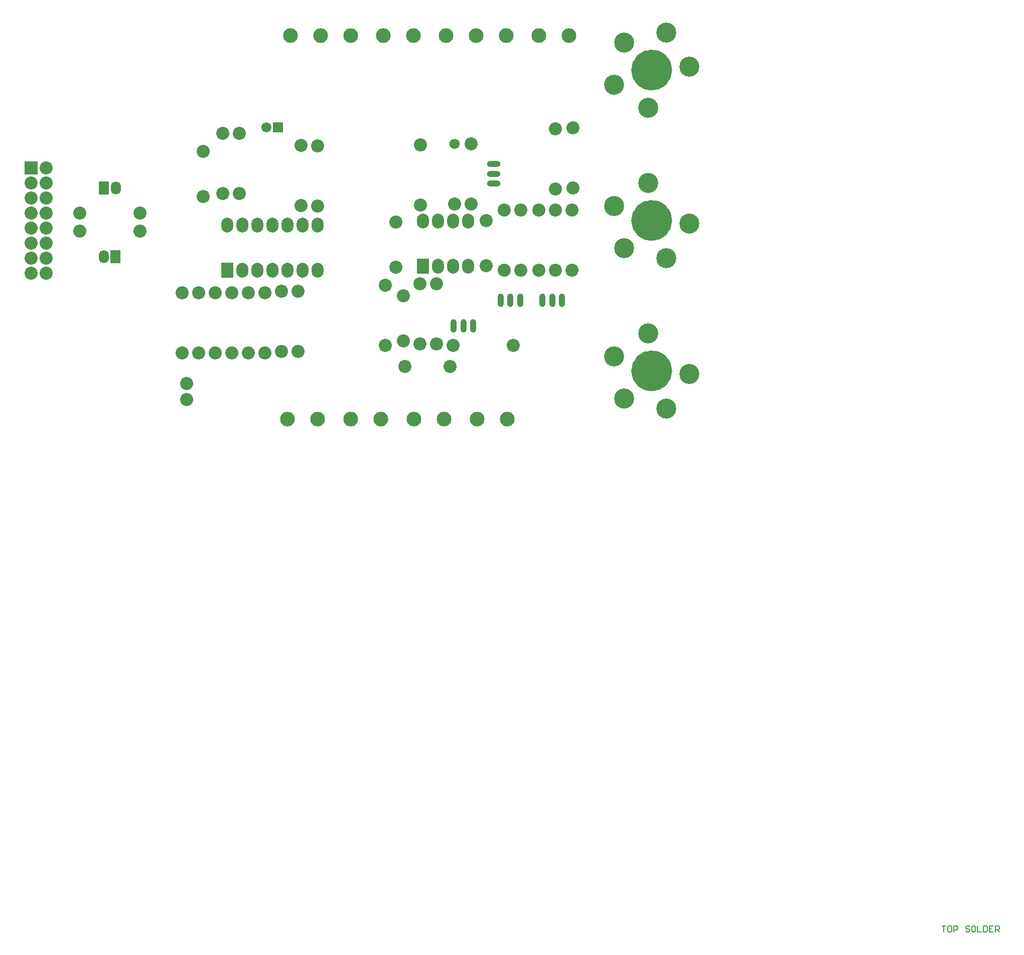
<source format=gts>
G04*
G04 #@! TF.GenerationSoftware,Altium Limited,Altium Designer,20.0.2 (26)*
G04*
G04 Layer_Color=8388736*
%FSLAX43Y43*%
%MOMM*%
G71*
G01*
G75*
%ADD14C,0.150*%
%ADD15C,3.429*%
%ADD16C,3.378*%
%ADD17C,6.553*%
%ADD18C,2.203*%
%ADD19C,2.489*%
%ADD20O,2.003X2.503*%
%ADD21R,2.003X2.503*%
%ADD22O,1.016X2.286*%
%ADD23R,2.203X2.203*%
%ADD24C,1.703*%
%ADD25R,1.703X1.703*%
%ADD26C,1.727*%
%ADD27O,2.286X1.016*%
%ADD28R,1.703X2.203*%
%ADD29O,1.703X2.203*%
D14*
X157734Y-81042D02*
X158400D01*
X158067D01*
Y-82042D01*
X159234Y-81042D02*
X158900D01*
X158734Y-81209D01*
Y-81875D01*
X158900Y-82042D01*
X159234D01*
X159400Y-81875D01*
Y-81209D01*
X159234Y-81042D01*
X159733Y-82042D02*
Y-81042D01*
X160233D01*
X160400Y-81209D01*
Y-81542D01*
X160233Y-81709D01*
X159733D01*
X162399Y-81209D02*
X162233Y-81042D01*
X161899D01*
X161733Y-81209D01*
Y-81376D01*
X161899Y-81542D01*
X162233D01*
X162399Y-81709D01*
Y-81875D01*
X162233Y-82042D01*
X161899D01*
X161733Y-81875D01*
X163232Y-81042D02*
X162899D01*
X162732Y-81209D01*
Y-81875D01*
X162899Y-82042D01*
X163232D01*
X163399Y-81875D01*
Y-81209D01*
X163232Y-81042D01*
X163732D02*
Y-82042D01*
X164399D01*
X164732Y-81042D02*
Y-82042D01*
X165232D01*
X165398Y-81875D01*
Y-81209D01*
X165232Y-81042D01*
X164732D01*
X166398D02*
X165731D01*
Y-82042D01*
X166398D01*
X165731Y-81542D02*
X166065D01*
X166731Y-82042D02*
Y-81042D01*
X167231D01*
X167398Y-81209D01*
Y-81542D01*
X167231Y-81709D01*
X166731D01*
X167064D02*
X167398Y-82042D01*
D15*
X110454Y12700D02*
G03*
X110454Y12700I-1714J0D01*
G01*
X110454Y38100D02*
G03*
X110454Y38100I-1714J0D01*
G01*
X110454Y63500D02*
G03*
X110454Y63500I-1714J0D01*
G01*
D16*
X102390Y15138D02*
D03*
X104072Y8032D02*
D03*
X111178Y6350D02*
D03*
X115090Y12141D02*
D03*
X108181Y19050D02*
D03*
X108181Y44450D02*
D03*
X115090Y37541D02*
D03*
X111178Y31750D02*
D03*
X104072Y33432D02*
D03*
X102390Y40538D02*
D03*
X115090Y64059D02*
D03*
X108181Y57150D02*
D03*
X102390Y61062D02*
D03*
X104072Y68168D02*
D03*
X111178Y69850D02*
D03*
D17*
X108740Y12700D02*
D03*
X108740Y38100D02*
D03*
X108740Y63500D02*
D03*
D18*
X83820Y29718D02*
D03*
Y39878D02*
D03*
X80772Y30480D02*
D03*
Y38100D02*
D03*
X66802Y25400D02*
D03*
Y17780D02*
D03*
X30300Y10550D02*
D03*
X30226Y7874D02*
D03*
X12192Y36322D02*
D03*
X22352D02*
D03*
X6524Y29210D02*
D03*
X3984D02*
D03*
X6524Y31750D02*
D03*
X3984D02*
D03*
X6524Y34290D02*
D03*
X3984D02*
D03*
X6524Y36830D02*
D03*
X3984D02*
D03*
X6524Y39370D02*
D03*
X3984D02*
D03*
X6524Y41910D02*
D03*
X3984D02*
D03*
X6524Y44450D02*
D03*
X3984D02*
D03*
X6524Y46990D02*
D03*
X67056Y13462D02*
D03*
X74676D02*
D03*
X49022Y26162D02*
D03*
Y16002D02*
D03*
X72390Y27432D02*
D03*
Y17272D02*
D03*
X69596D02*
D03*
Y27432D02*
D03*
X69723Y40711D02*
D03*
Y50871D02*
D03*
X86614Y29718D02*
D03*
Y39878D02*
D03*
X89662Y29718D02*
D03*
Y39878D02*
D03*
X95446Y53731D02*
D03*
Y43571D02*
D03*
X92456Y53594D02*
D03*
Y43434D02*
D03*
X36322Y42672D02*
D03*
Y52832D02*
D03*
X75438Y40894D02*
D03*
X78232D02*
D03*
Y51054D02*
D03*
X65532Y30226D02*
D03*
Y37846D02*
D03*
X37846Y15748D02*
D03*
Y25908D02*
D03*
X63754Y27178D02*
D03*
Y17018D02*
D03*
X52324Y50732D02*
D03*
Y40572D02*
D03*
X40640Y15748D02*
D03*
Y25908D02*
D03*
X49530Y40640D02*
D03*
Y50800D02*
D03*
X46228Y26162D02*
D03*
Y16002D02*
D03*
X33020Y42164D02*
D03*
Y49784D02*
D03*
X43493Y15748D02*
D03*
Y25908D02*
D03*
X35052Y15748D02*
D03*
Y25908D02*
D03*
X32258Y15748D02*
D03*
Y25908D02*
D03*
X29464Y15748D02*
D03*
Y25908D02*
D03*
X22352Y39370D02*
D03*
X12192D02*
D03*
X75184Y17018D02*
D03*
X85344D02*
D03*
X92456Y29718D02*
D03*
Y39878D02*
D03*
X95250Y29718D02*
D03*
Y39878D02*
D03*
X39116Y52832D02*
D03*
Y42672D02*
D03*
D19*
X94742Y69342D02*
D03*
X89662D02*
D03*
X74031D02*
D03*
X79111D02*
D03*
X84191D02*
D03*
X63448D02*
D03*
X68528D02*
D03*
X57912D02*
D03*
X52832D02*
D03*
X47752D02*
D03*
X84380Y4572D02*
D03*
X79300D02*
D03*
X52376D02*
D03*
X47296D02*
D03*
X63044D02*
D03*
X57964D02*
D03*
X68632D02*
D03*
X73712D02*
D03*
D20*
X52324Y37338D02*
D03*
X49784D02*
D03*
X37084D02*
D03*
X39624D02*
D03*
X42164D02*
D03*
X44704D02*
D03*
X47244D02*
D03*
X39624Y29718D02*
D03*
X42164D02*
D03*
X44704D02*
D03*
X47244D02*
D03*
X49784D02*
D03*
X52324D02*
D03*
X72644Y30353D02*
D03*
X75184D02*
D03*
X77724D02*
D03*
Y37973D02*
D03*
X75184D02*
D03*
X72644D02*
D03*
X70104D02*
D03*
D21*
X37084Y29718D02*
D03*
X70104Y30353D02*
D03*
D22*
X86535Y24641D02*
D03*
X84884D02*
D03*
X83233D02*
D03*
X75311Y20320D02*
D03*
X76962D02*
D03*
X78613D02*
D03*
X90297Y24638D02*
D03*
X91948D02*
D03*
X93599D02*
D03*
D23*
X3984Y46990D02*
D03*
D24*
X43704Y53848D02*
D03*
D25*
X45704D02*
D03*
D26*
X75438Y51054D02*
D03*
D27*
X82042Y47625D02*
D03*
Y45974D02*
D03*
Y44323D02*
D03*
D28*
X18272Y32004D02*
D03*
X16321Y43588D02*
D03*
D29*
X16272Y32004D02*
D03*
X18321Y43588D02*
D03*
M02*

</source>
